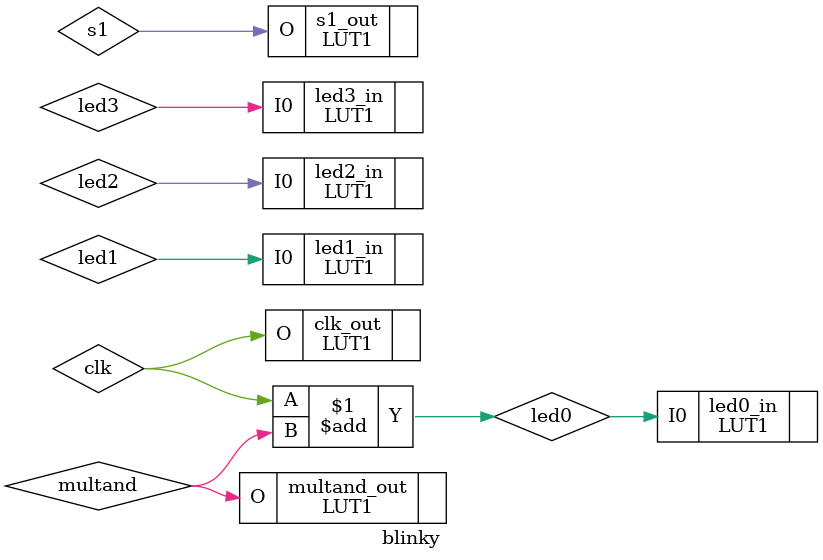
<source format=v>
module blinky (
//    input  clk,
//    output led0,
//    output led1,
//    output led2,
//    output led3
);
    wire clk, multand;
    (* keep *) LUT1 clk_out(.O(clk)); 
    (* keep *) LUT1 multand_out(.O(multand));
    (* keep *) LUT1 s1_out(.O(s1));

    wire led0, led1, led2, led3;
    (* keep *) LUT1 led0_in(.I0(led0));
    (* keep *) LUT1 led1_in(.I0(led1));
    (* keep *) LUT1 led2_in(.I0(led2));
    (* keep *) LUT1 led3_in(.I0(led3));

    localparam BITS = 4;
    parameter LOG2DELAY = 28;

//    reg [BITS+LOG2DELAY-1:0] counter = 0;
//    reg [BITS-1:0] outcnt;

//    always @(posedge clk) begin
//        counter <= counter + 1;
//        outcnt <= counter >> LOG2DELAY;
//    end
//

    //assign led0 = clk*multand+clk;
    //assign led1 = led0 * clk;
    //assign led0 = (s1 ? clk : multand);
    assign led0 = clk + multand;
endmodule

</source>
